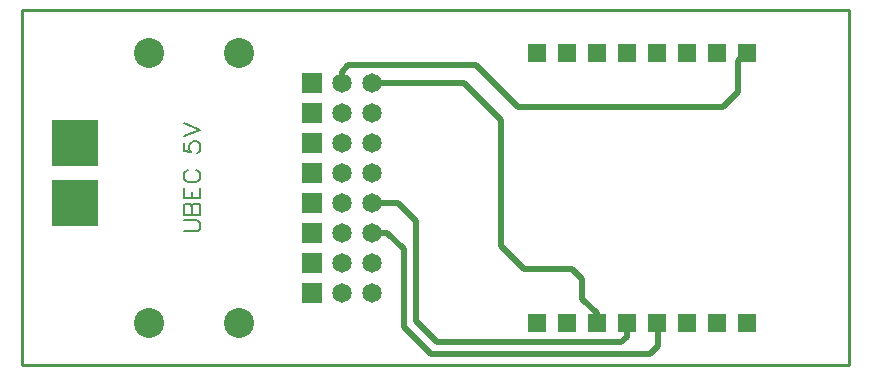
<source format=gtl>
G04 Layer: TopLayer*
G04 EasyEDA v6.2.44, 2019-10-04T11:08:35+02:00*
G04 41162be0d33c4ba8b269e90eca5c5aeb,6fbb11cf78c9446ebbc1c763f74fa548,10*
G04 Gerber Generator version 0.2*
G04 Scale: 100 percent, Rotated: No, Reflected: No *
G04 Dimensions in millimeters *
G04 leading zeros omitted , absolute positions ,3 integer and 3 decimal *
%FSLAX33Y33*%
%MOMM*%
G90*
G71D02*

%ADD10C,0.254000*%
%ADD11C,0.508000*%
%ADD12C,0.202997*%
%ADD13R,1.524000X1.524000*%
%ADD14R,1.651000X1.651000*%
%ADD15C,1.651000*%
%ADD16R,3.999992X3.999992*%
%ADD17C,2.540000*%

%LPD*%
G54D11*
G01X29709Y11169D02*
G01X30890Y11169D01*
G01X32312Y9747D01*
G01X32312Y3143D01*
G01X34598Y857D01*
G01X53140Y857D01*
G01X53839Y1555D01*
G01X53839Y3549D01*
G54D10*
G01X1Y30000D02*
G01X70003Y30000D01*
G01X70003Y0D01*
G01X7831Y0D01*
G01X0Y0D01*
G01X1Y30000D01*
G54D11*
G01X51172Y3549D02*
G01X51172Y2315D01*
G01X50730Y1873D01*
G01X35106Y1873D01*
G01X33328Y3651D01*
G01X33328Y12160D01*
G01X31779Y13709D01*
G01X29582Y13709D01*
G01X29582Y23869D02*
G01X37367Y23869D01*
G01X40567Y20669D01*
G01X40567Y10001D01*
G01X42472Y8096D01*
G01X46536Y8096D01*
G01X47428Y7204D01*
G01X47428Y5556D01*
G01X48632Y4352D01*
G01X48632Y3549D01*
G01X27042Y23869D02*
G01X27042Y24794D01*
G01X27613Y25368D01*
G01X38408Y25368D01*
G01X41964Y21812D01*
G01X59363Y21812D01*
G01X60633Y23082D01*
G01X60633Y25711D01*
G01X61332Y26409D01*
G54D12*
G01X13656Y11278D02*
G01X14679Y11278D01*
G01X14885Y11344D01*
G01X15020Y11481D01*
G01X15088Y11687D01*
G01X15088Y11821D01*
G01X15020Y12027D01*
G01X14885Y12164D01*
G01X14679Y12230D01*
G01X13656Y12230D01*
G01X13656Y12682D02*
G01X15088Y12682D01*
G01X13656Y12682D02*
G01X13656Y13294D01*
G01X13724Y13500D01*
G01X13793Y13569D01*
G01X13930Y13635D01*
G01X14067Y13635D01*
G01X14202Y13569D01*
G01X14270Y13500D01*
G01X14339Y13294D01*
G01X14339Y12682D02*
G01X14339Y13294D01*
G01X14408Y13500D01*
G01X14476Y13569D01*
G01X14611Y13635D01*
G01X14817Y13635D01*
G01X14954Y13569D01*
G01X15020Y13500D01*
G01X15088Y13294D01*
G01X15088Y12682D01*
G01X13656Y14087D02*
G01X15088Y14087D01*
G01X13656Y14087D02*
G01X13656Y14971D01*
G01X14339Y14087D02*
G01X14339Y14631D01*
G01X15088Y14087D02*
G01X15088Y14971D01*
G01X13999Y16444D02*
G01X13861Y16375D01*
G01X13724Y16241D01*
G01X13656Y16104D01*
G01X13656Y15832D01*
G01X13724Y15695D01*
G01X13861Y15558D01*
G01X13999Y15489D01*
G01X14202Y15423D01*
G01X14542Y15423D01*
G01X14748Y15489D01*
G01X14885Y15558D01*
G01X15020Y15695D01*
G01X15088Y15832D01*
G01X15088Y16104D01*
G01X15020Y16241D01*
G01X14885Y16375D01*
G01X14748Y16444D01*
G01X13656Y18763D02*
G01X13656Y18082D01*
G01X14270Y18014D01*
G01X14202Y18082D01*
G01X14133Y18286D01*
G01X14133Y18491D01*
G01X14202Y18695D01*
G01X14339Y18832D01*
G01X14542Y18900D01*
G01X14679Y18900D01*
G01X14885Y18832D01*
G01X15020Y18695D01*
G01X15088Y18491D01*
G01X15088Y18286D01*
G01X15020Y18082D01*
G01X14954Y18014D01*
G01X14817Y17945D01*
G01X13656Y19350D02*
G01X15088Y19896D01*
G01X13656Y20439D02*
G01X15088Y19896D01*
G54D13*
G01X61332Y3548D03*
G01X58792Y3548D03*
G01X56252Y3548D03*
G01X53712Y3548D03*
G01X51172Y3548D03*
G01X48632Y3548D03*
G01X46092Y3548D03*
G01X43552Y3548D03*
G01X61332Y26408D03*
G01X58792Y26408D03*
G01X56252Y26408D03*
G01X53712Y26408D03*
G01X51172Y26408D03*
G01X48632Y26408D03*
G01X46092Y26408D03*
G01X43552Y26408D03*
G54D14*
G01X24502Y23868D03*
G54D15*
G01X27042Y23868D03*
G01X29582Y23868D03*
G54D14*
G01X24502Y21328D03*
G54D15*
G01X27042Y21328D03*
G01X29582Y21328D03*
G54D14*
G01X24502Y18788D03*
G54D15*
G01X27042Y18788D03*
G01X29582Y18788D03*
G54D14*
G01X24502Y16248D03*
G54D15*
G01X27042Y16248D03*
G01X29582Y16248D03*
G54D14*
G01X24502Y13708D03*
G54D15*
G01X27042Y13708D03*
G01X29582Y13708D03*
G54D14*
G01X24502Y11168D03*
G54D15*
G01X27042Y11168D03*
G01X29582Y11168D03*
G54D14*
G01X24502Y8628D03*
G54D15*
G01X27042Y8628D03*
G01X29582Y8628D03*
G54D14*
G01X24502Y6088D03*
G54D15*
G01X27042Y6088D03*
G01X29582Y6088D03*
G54D16*
G01X4436Y13708D03*
G01X4436Y18788D03*
G54D17*
G01X10724Y26384D03*
G01X18344Y26384D03*
G01X10724Y3524D03*
G01X18344Y3524D03*
M00*
M02*

</source>
